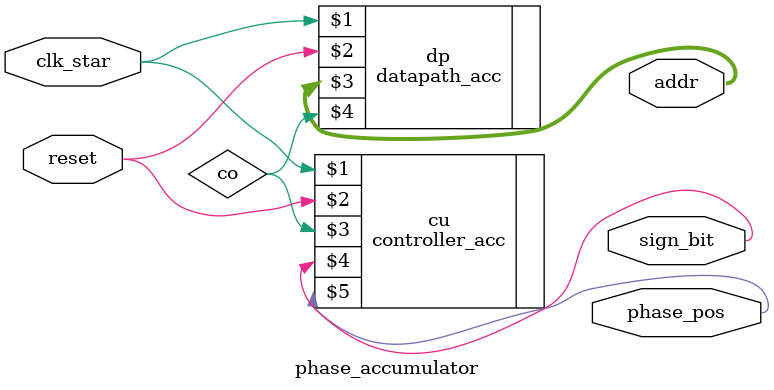
<source format=v>
module phase_accumulator (clk_star,reset,sign_bit,phase_pos,addr);
    input clk_star , reset;
    output sign_bit,phase_pos;
    output [5:0] addr;
    datapath_acc dp(clk_star,reset,addr,co);
    controller_acc cu(clk_star,reset,co , sign_bit,phase_pos);
endmodule
</source>
